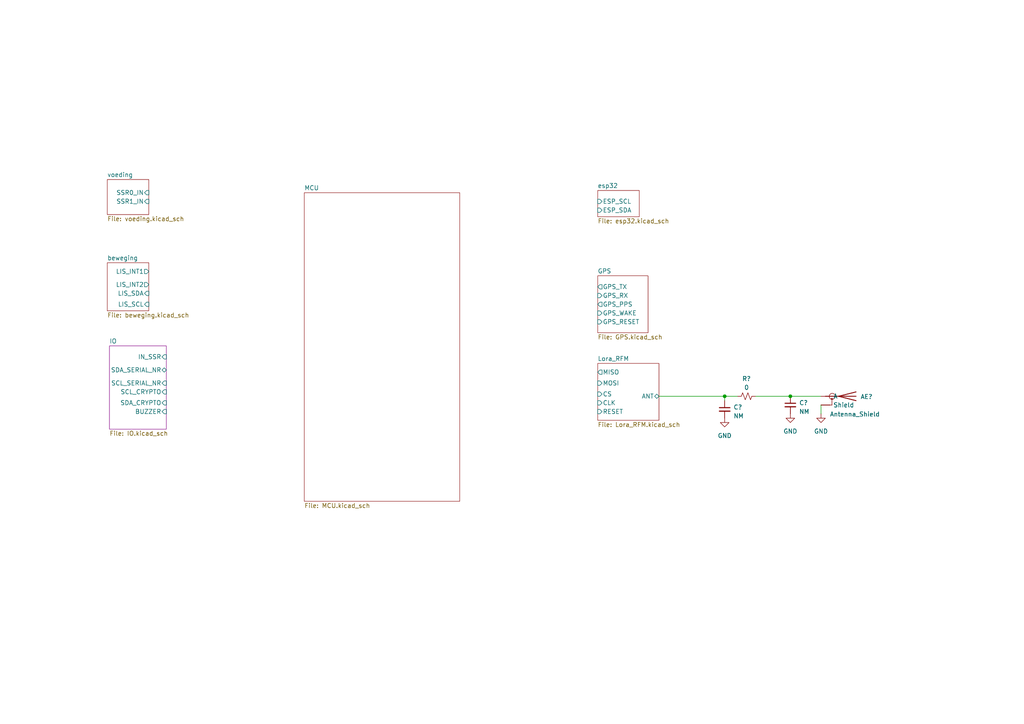
<source format=kicad_sch>
(kicad_sch (version 20210621) (generator eeschema)
  (paper "A4")
  (lib_symbols
    (symbol "Device:Antenna_Shield" (pin_numbers hide) (pin_names (offset 1.016))
      (property "Reference" "AE" (at -1.905 4.445 0))
      (property "Value" "Antenna_Shield" (at -1.905 2.54 0))
      (symbol "Antenna_Shield_0_1"
        (arc (start 0 -2.667) (end -0.508 -1.143) (radius (at -0.0254 -1.8542) (length 0.8128) (angles -88.2 124.2)))
        (arc (start 0 -2.667) (end 0.508 -1.143) (radius (at 0.0254 -1.8542) (length 0.8128) (angles -91.8 55.8)))
        (circle (center 0.762 -1.905) (radius 0.1778) (fill (type outline)))
        (polyline (pts (xy 0 -2.54) (xy 0 0)))
        (polyline (pts (xy 0 5.08) (xy 0 -3.81)) (stroke (width 0.254)))
        (polyline (pts (xy 0.762 -1.905) (xy 2.54 -1.905)))
        (polyline (pts (xy 2.54 -2.54) (xy 2.54 -1.905)))
        (polyline (pts (xy 1.27 5.08) (xy 0 0) (xy -1.27 5.08)) (stroke (width 0.254)))
      )
      (symbol "Antenna_Shield_1_1"
        (pin input line (at 0 -5.08 90) (length 2.54) (name "A") (number "1"))
        (pin input line (at 2.54 -5.08 90) (length 2.54) (name "Shield") (number "2"))
      )
    )
    (symbol "Device:C_Small" (pin_numbers hide) (pin_names (offset 0.254) hide)
      (property "Reference" "C" (at 0.254 1.778 0))
      (property "Value" "C_Small" (at 0.254 -2.032 0))
      (symbol "C_Small_0_1"
        (polyline (pts (xy -1.524 -0.508) (xy 1.524 -0.508)) (stroke (width 0.3302)))
        (polyline (pts (xy -1.524 0.508) (xy 1.524 0.508)) (stroke (width 0.3048)))
      )
      (symbol "C_Small_1_1"
        (pin passive line (at 0 2.54 270) (length 2.032) (name "~") (number "1"))
        (pin passive line (at 0 -2.54 90) (length 2.032) (name "~") (number "2"))
      )
    )
    (symbol "Device:R_Small_US" (pin_numbers hide) (pin_names (offset 0.254) hide)
      (property "Reference" "R" (at 0.762 0.508 0))
      (property "Value" "R_Small_US" (at 0.762 -1.016 0))
      (symbol "R_Small_US_1_1"
        (polyline (pts (xy 0 0) (xy 1.016 -0.381) (xy 0 -0.762) (xy -1.016 -1.143) (xy 0 -1.524)))
        (polyline (pts (xy 0 1.524) (xy 1.016 1.143) (xy 0 0.762) (xy -1.016 0.381) (xy 0 0)))
        (pin passive line (at 0 2.54 270) (length 1.016) (name "~") (number "1"))
        (pin passive line (at 0 -2.54 90) (length 1.016) (name "~") (number "2"))
      )
    )
    (symbol "power:GND" (power) (pin_names (offset 0))
      (property "Value" "GND" (at 0 -3.81 0))
      (symbol "GND_0_1"
        (polyline (pts (xy 0 0) (xy 0 -1.27) (xy 1.27 -1.27) (xy 0 -2.54) (xy -1.27 -1.27) (xy 0 -1.27)))
      )
      (symbol "GND_1_1"
        (pin power_in line (at 0 0 270) (length 0) hide (name "GND") (number "1"))
      )
    )
  )
  (junction (at 210.185 114.935) (diameter 0.9144))
  (junction (at 229.235 114.935) (diameter 0.9144))
  (wire (pts (xy 191.135 114.935) (xy 210.185 114.935)))
  (wire (pts (xy 210.185 114.935) (xy 213.995 114.935)))
  (wire (pts (xy 210.185 116.205) (xy 210.185 114.935)))
  (wire (pts (xy 219.075 114.935) (xy 229.235 114.935)))
  (wire (pts (xy 229.235 114.935) (xy 238.125 114.935)))
  (wire (pts (xy 238.125 117.475) (xy 238.125 120.015)))
  (symbol (lib_id "power:GND") (at 210.185 121.285 0) (unit 1)
    (property "Reference" "#PWR?" (effects hide))
    (property "Value" "GND" (at 210.185 126.365 0))
  )
  (symbol (lib_id "power:GND") (at 229.235 120.015 0) (unit 1)
    (property "Reference" "#PWR?" (effects hide))
    (property "Value" "GND" (at 229.235 125.095 0))
  )
  (symbol (lib_id "power:GND") (at 238.125 120.015 0) (unit 1)
    (property "Reference" "#PWR?" (effects hide))
    (property "Value" "GND" (at 238.125 125.095 0))
  )
  (symbol (lib_id "Device:R_Small_US") (at 216.535 114.935 90) (unit 1)
    (property "Reference" "R?" (at 216.535 109.855 90))
    (property "Value" "0" (at 216.535 112.395 90))
    (property "Footprint" "vanalles:0603RL" (effects hide))
  )
  (symbol (lib_id "Device:C_Small") (at 210.185 118.745 0) (unit 1)
    (property "Reference" "C?" (at 212.725 118.1099 0) (effects (justify left)))
    (property "Value" "NM" (at 212.725 120.6499 0) (effects (justify left)))
    (property "Footprint" "vanalles:0603" (effects hide))
  )
  (symbol (lib_id "Device:C_Small") (at 229.235 117.475 0) (unit 1)
    (property "Reference" "C?" (at 231.775 116.8399 0) (effects (justify left)))
    (property "Value" "NM" (at 231.775 119.3799 0) (effects (justify left)))
    (property "Footprint" "vanalles:0603" (effects hide))
  )
  (symbol (lib_id "Device:Antenna_Shield") (at 243.205 114.935 270) (unit 1)
    (property "Reference" "AE?" (at 249.555 115.0619 90) (effects (justify left)))
    (property "Value" "Antenna_Shield" (at 240.665 120.1419 90) (effects (justify left)))
    (property "Footprint" "connectors_user:ufl connector" (effects hide))
  )
  (sheet (at 173.355 80.01) (size 14.605 16.51) (stroke (width 0.0006))
    (property "Sheet name" "GPS" (at 173.355 79.3743 0) (effects (justify left bottom)))
    (property "Sheet file" "GPS.kicad_sch" (at 173.355 97.0287 0) (effects (justify left top)))
    (pin "GPS_TX" output (at 173.355 83.185 180))
    (pin "GPS_RX" input (at 173.355 85.725 180))
    (pin "GPS_PPS" output (at 173.355 88.265 180))
    (pin "GPS_WAKE" input (at 173.355 90.805 180))
    (pin "GPS_RESET" input (at 173.355 93.345 180))
  )
  (sheet (at 31.75 100.33) (size 16.51 24.13) (stroke (width 0.0006) (color 132 0 132 1)) (fill (color 255 255 255 0.0000))
    (property "Sheet name" "IO" (at 31.75 99.6943 0) (effects (justify left bottom)))
    (property "Sheet file" "IO.kicad_sch" (at 31.75 124.9687 0) (effects (justify left top)))
    (pin "IN_SSR" input (at 48.26 103.505 0))
    (pin "SDA_SERIAL_NR" bidirectional (at 48.26 107.315 0))
    (pin "SCL_SERIAL_NR" input (at 48.26 111.125 0))
    (pin "SCL_CRYPTO" input (at 48.26 113.665 0))
    (pin "SDA_CRYPTO" input (at 48.26 116.84 0))
    (pin "BUZZER" input (at 48.26 119.38 0))
  )
  (sheet (at 173.355 105.41) (size 17.78 16.51) (stroke (width 0.0006))
    (property "Sheet name" "Lora_RFM" (at 173.355 104.7743 0) (effects (justify left bottom)))
    (property "Sheet file" "Lora_RFM.kicad_sch" (at 173.355 122.4287 0) (effects (justify left top)))
    (pin "ANT" bidirectional (at 191.135 114.935 0))
    (pin "RESET" input (at 173.355 119.38 180))
    (pin "CLK" input (at 173.355 116.84 180))
    (pin "CS" input (at 173.355 114.3 180))
    (pin "MOSI" input (at 173.355 111.125 180))
    (pin "MISO" output (at 173.355 107.95 180))
  )
  (sheet (at 88.265 55.88) (size 45.085 89.535) (stroke (width 0.0006))
    (property "Sheet name" "MCU" (at 88.265 55.2443 0) (effects (justify left bottom)))
    (property "Sheet file" "MCU.kicad_sch" (at 88.265 145.9237 0) (effects (justify left top)))
  )
  (sheet (at 31.115 76.2) (size 12.065 13.97) (stroke (width 0.0006))
    (property "Sheet name" "beweging" (at 31.115 75.5643 0) (effects (justify left bottom)))
    (property "Sheet file" "beweging.kicad_sch" (at 31.115 90.6787 0) (effects (justify left top)))
    (pin "LIS_INT1" output (at 43.18 78.74 0))
    (pin "LIS_INT2" output (at 43.18 82.55 0))
    (pin "LIS_SDA" input (at 43.18 85.09 0))
    (pin "LIS_SCL" input (at 43.18 88.265 0))
  )
  (sheet (at 173.355 55.245) (size 12.065 7.62) (stroke (width 0.0006))
    (property "Sheet name" "esp32" (at 173.355 54.6093 0) (effects (justify left bottom)))
    (property "Sheet file" "esp32.kicad_sch" (at 173.355 63.3737 0) (effects (justify left top)))
    (pin "ESP_SCL" input (at 173.355 58.42 180))
    (pin "ESP_SDA" input (at 173.355 60.96 180))
  )
  (sheet (at 31.115 52.07) (size 12.065 10.16) (stroke (width 0.0006))
    (property "Sheet name" "voeding" (at 31.115 51.4343 0) (effects (justify left bottom)))
    (property "Sheet file" "voeding.kicad_sch" (at 31.115 62.7387 0) (effects (justify left top)))
    (pin "SSR0_IN" input (at 43.18 55.88 0))
    (pin "SSR1_IN" input (at 43.18 58.42 0))
  )
)
</source>
